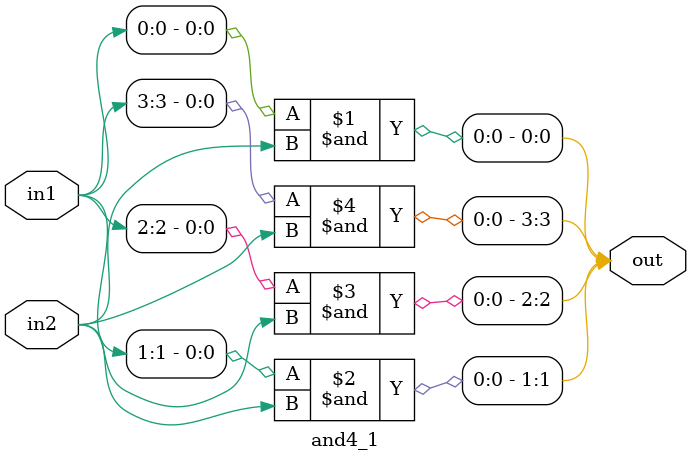
<source format=v>
module and4_1(
	input [3:0] in1,
	input in2,
	output [3:0] out
);
	and a0(out[0], in1[0], in2);
	and a1(out[1], in1[1], in2);
	and a2(out[2], in1[2], in2);
	and a3(out[3], in1[3], in2);
	
endmodule


</source>
